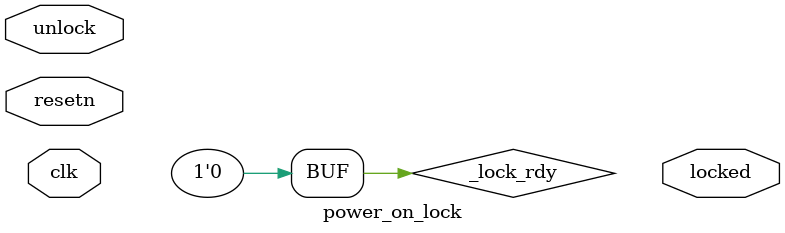
<source format=v>
module power_on_lock
(
input wire clk,
input wire resetn,
input wire unlock,
output reg locked
);

//this lock register is locked (1) upon power on / resetn signal
//it is unlocked (set to 0) upon receiving the unlock signal
//-copilot next line-
//copilot mean_prob: 0.4115052157133645

reg _lock_rdy = 0;
reg [1:0] _lock;
always @ (posedge clk) begin
	_lock = _lock_rdy;
end





endmodule
</source>
